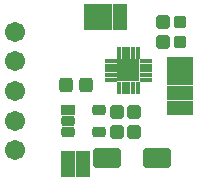
<source format=gts>
G04*
G04 #@! TF.GenerationSoftware,Altium Limited,Altium Designer,18.0.11 (651)*
G04*
G04 Layer_Color=8388736*
%FSLAX25Y25*%
%MOIN*%
G70*
G01*
G75*
G04:AMPARAMS|DCode=15|XSize=94.61mil|YSize=67.06mil|CornerRadius=11.38mil|HoleSize=0mil|Usage=FLASHONLY|Rotation=180.000|XOffset=0mil|YOffset=0mil|HoleType=Round|Shape=RoundedRectangle|*
%AMROUNDEDRECTD15*
21,1,0.09461,0.04429,0,0,180.0*
21,1,0.07185,0.06706,0,0,180.0*
1,1,0.02276,-0.03593,0.02215*
1,1,0.02276,0.03593,0.02215*
1,1,0.02276,0.03593,-0.02215*
1,1,0.02276,-0.03593,-0.02215*
%
%ADD15ROUNDEDRECTD15*%
%ADD16R,0.04343X0.01587*%
%ADD17R,0.01587X0.04343*%
%ADD18R,0.07493X0.07493*%
%ADD19R,0.04737X0.08674*%
G04:AMPARAMS|DCode=20|XSize=47.37mil|YSize=43.43mil|CornerRadius=8.43mil|HoleSize=0mil|Usage=FLASHONLY|Rotation=270.000|XOffset=0mil|YOffset=0mil|HoleType=Round|Shape=RoundedRectangle|*
%AMROUNDEDRECTD20*
21,1,0.04737,0.02657,0,0,270.0*
21,1,0.03051,0.04343,0,0,270.0*
1,1,0.01686,-0.01329,-0.01526*
1,1,0.01686,-0.01329,0.01526*
1,1,0.01686,0.01329,0.01526*
1,1,0.01686,0.01329,-0.01526*
%
%ADD20ROUNDEDRECTD20*%
G04:AMPARAMS|DCode=21|XSize=47.37mil|YSize=43.43mil|CornerRadius=8.43mil|HoleSize=0mil|Usage=FLASHONLY|Rotation=180.000|XOffset=0mil|YOffset=0mil|HoleType=Round|Shape=RoundedRectangle|*
%AMROUNDEDRECTD21*
21,1,0.04737,0.02657,0,0,180.0*
21,1,0.03051,0.04343,0,0,180.0*
1,1,0.01686,-0.01526,0.01329*
1,1,0.01686,0.01526,0.01329*
1,1,0.01686,0.01526,-0.01329*
1,1,0.01686,-0.01526,-0.01329*
%
%ADD21ROUNDEDRECTD21*%
G04:AMPARAMS|DCode=22|XSize=39.5mil|YSize=39.5mil|CornerRadius=7.94mil|HoleSize=0mil|Usage=FLASHONLY|Rotation=270.000|XOffset=0mil|YOffset=0mil|HoleType=Round|Shape=RoundedRectangle|*
%AMROUNDEDRECTD22*
21,1,0.03950,0.02362,0,0,270.0*
21,1,0.02362,0.03950,0,0,270.0*
1,1,0.01587,-0.01181,-0.01181*
1,1,0.01587,-0.01181,0.01181*
1,1,0.01587,0.01181,0.01181*
1,1,0.01587,0.01181,-0.01181*
%
%ADD22ROUNDEDRECTD22*%
%ADD23R,0.08674X0.04737*%
G04:AMPARAMS|DCode=24|XSize=47.37mil|YSize=33.98mil|CornerRadius=10.5mil|HoleSize=0mil|Usage=FLASHONLY|Rotation=0.000|XOffset=0mil|YOffset=0mil|HoleType=Round|Shape=RoundedRectangle|*
%AMROUNDEDRECTD24*
21,1,0.04737,0.01299,0,0,0.0*
21,1,0.02638,0.03398,0,0,0.0*
1,1,0.02099,0.01319,-0.00650*
1,1,0.02099,-0.01319,-0.00650*
1,1,0.02099,-0.01319,0.00650*
1,1,0.02099,0.01319,0.00650*
%
%ADD24ROUNDEDRECTD24*%
%ADD25R,0.04737X0.03398*%
%ADD26C,0.06706*%
D15*
X41142Y9252D02*
D03*
X57677D02*
D03*
D16*
X42323Y41535D02*
D03*
Y39961D02*
D03*
Y38386D02*
D03*
Y36811D02*
D03*
Y35236D02*
D03*
X53937D02*
D03*
Y36811D02*
D03*
Y38386D02*
D03*
Y39961D02*
D03*
Y41535D02*
D03*
D17*
X44980Y32579D02*
D03*
X46555D02*
D03*
X48130D02*
D03*
X49705D02*
D03*
X51279D02*
D03*
Y44193D02*
D03*
X49705D02*
D03*
X48130D02*
D03*
X46555D02*
D03*
X44980D02*
D03*
D18*
X48130Y38386D02*
D03*
D19*
X27953Y7283D02*
D03*
X32874D02*
D03*
X45374Y56201D02*
D03*
X35531D02*
D03*
X40453D02*
D03*
D20*
X27362Y33563D02*
D03*
X34055D02*
D03*
D21*
X59646Y47933D02*
D03*
Y54626D02*
D03*
X44193Y24606D02*
D03*
Y17913D02*
D03*
X50000Y17913D02*
D03*
Y24606D02*
D03*
D22*
X65453Y47835D02*
D03*
Y54528D02*
D03*
D23*
X65256Y30807D02*
D03*
Y35728D02*
D03*
Y25886D02*
D03*
Y40650D02*
D03*
D24*
X38209Y17717D02*
D03*
Y25197D02*
D03*
X27854Y17717D02*
D03*
Y21457D02*
D03*
D25*
Y25197D02*
D03*
D26*
X10236Y11811D02*
D03*
Y21654D02*
D03*
Y31496D02*
D03*
Y41339D02*
D03*
Y51181D02*
D03*
M02*

</source>
